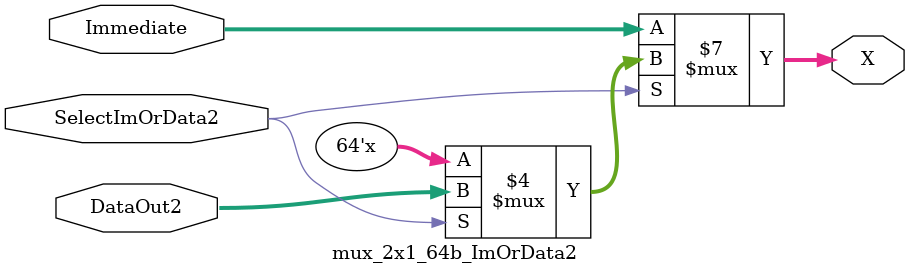
<source format=v>
module mux_2x1_64b_ImOrData2 (
    input SelectImOrData2,
    input [63:0] Immediate, DataOut2, //Escolheremos entre immediate e Data1 para fornecer ao somador.
    output reg [63:0] X
);

always @ (*) 
    begin
        if (SelectImOrData2 == 1'b0)
            X <= Immediate;
        else if (SelectImOrData2 == 1'b1)
            X <= DataOut2;
    end
endmodule
</source>
